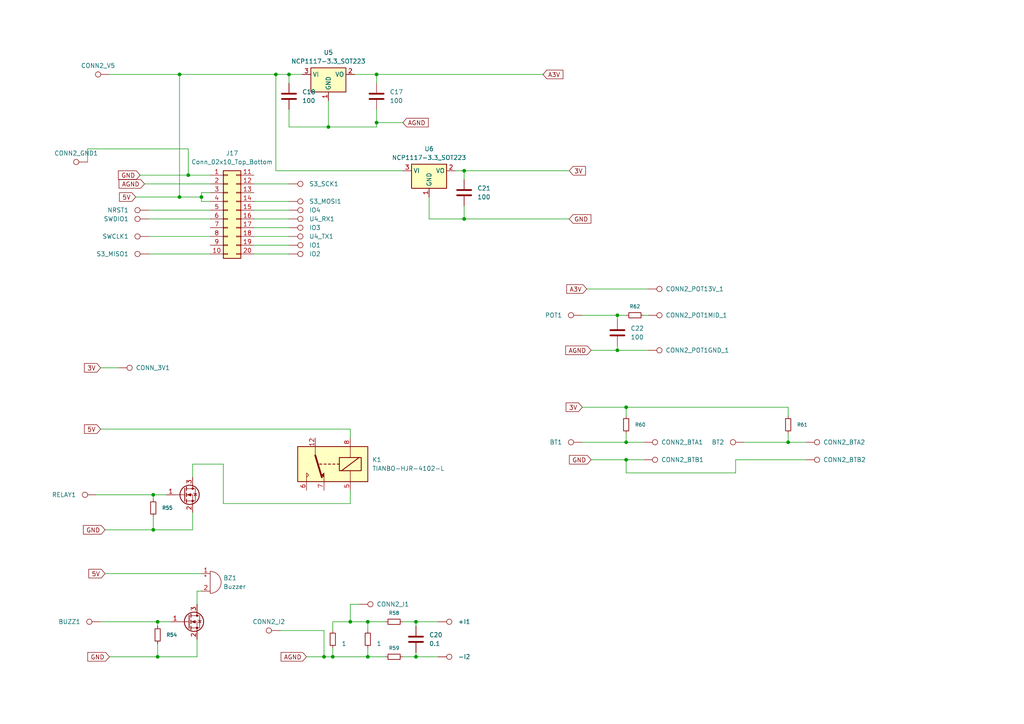
<source format=kicad_sch>
(kicad_sch (version 20250114) (generator "eeschema") (generator_version "9.0")
  (paper "A4")
  (lib_symbols
    (symbol "Connector:TestPoint" (pin_numbers (hide yes)) (pin_names (offset 0.762) (hide yes))
      (property "Reference" "TP" (at 0 6.858 0))
      (property "Value" "TestPoint" (at 0 5.08 0))
      (symbol "TestPoint_0_1"
        (circle (center 0 3.302) (radius 0.762))
      )
      (symbol "TestPoint_1_1"
        (pin passive line (at 0 0 90) (length 2.54) (name "1") (number "1"))
      )
    )
    (symbol "Connector_Generic:Conn_02x10_Top_Bottom" (pin_names (offset 1.016) (hide yes))
      (property "Reference" "J" (at 1.27 12.7 0))
      (property "Value" "Conn_02x10_Top_Bottom" (at 1.27 -15.24 0))
      (symbol "Conn_02x10_Top_Bottom_1_1"
        (rectangle (start -1.27 11.43) (end 3.81 -13.97) (stroke (width 0.254)) (fill (type background)))
        (rectangle (start -1.27 10.287) (end 0 10.033) (stroke (width 0.1524)))
        (rectangle (start -1.27 7.747) (end 0 7.493) (stroke (width 0.1524)))
        (rectangle (start -1.27 5.207) (end 0 4.953) (stroke (width 0.1524)))
        (rectangle (start -1.27 2.667) (end 0 2.413) (stroke (width 0.1524)))
        (rectangle (start -1.27 0.127) (end 0 -0.127) (stroke (width 0.1524)))
        (rectangle (start -1.27 -2.413) (end 0 -2.667) (stroke (width 0.1524)))
        (rectangle (start -1.27 -4.953) (end 0 -5.207) (stroke (width 0.1524)))
        (rectangle (start -1.27 -7.493) (end 0 -7.747) (stroke (width 0.1524)))
        (rectangle (start -1.27 -10.033) (end 0 -10.287) (stroke (width 0.1524)))
        (rectangle (start -1.27 -12.573) (end 0 -12.827) (stroke (width 0.1524)))
        (rectangle (start 3.81 10.287) (end 2.54 10.033) (stroke (width 0.1524)))
        (rectangle (start 3.81 7.747) (end 2.54 7.493) (stroke (width 0.1524)))
        (rectangle (start 3.81 5.207) (end 2.54 4.953) (stroke (width 0.1524)))
        (rectangle (start 3.81 2.667) (end 2.54 2.413) (stroke (width 0.1524)))
        (rectangle (start 3.81 0.127) (end 2.54 -0.127) (stroke (width 0.1524)))
        (rectangle (start 3.81 -2.413) (end 2.54 -2.667) (stroke (width 0.1524)))
        (rectangle (start 3.81 -4.953) (end 2.54 -5.207) (stroke (width 0.1524)))
        (rectangle (start 3.81 -7.493) (end 2.54 -7.747) (stroke (width 0.1524)))
        (rectangle (start 3.81 -10.033) (end 2.54 -10.287) (stroke (width 0.1524)))
        (rectangle (start 3.81 -12.573) (end 2.54 -12.827) (stroke (width 0.1524)))
        (pin passive line (at -5.08 10.16 0) (length 3.81) (name "Pin_1") (number "1"))
        (pin passive line (at -5.08 7.62 0) (length 3.81) (name "Pin_2") (number "2"))
        (pin passive line (at -5.08 5.08 0) (length 3.81) (name "Pin_3") (number "3"))
        (pin passive line (at -5.08 2.54 0) (length 3.81) (name "Pin_4") (number "4"))
        (pin passive line (at -5.08 0 0) (length 3.81) (name "Pin_5") (number "5"))
        (pin passive line (at -5.08 -2.54 0) (length 3.81) (name "Pin_6") (number "6"))
        (pin passive line (at -5.08 -5.08 0) (length 3.81) (name "Pin_7") (number "7"))
        (pin passive line (at -5.08 -7.62 0) (length 3.81) (name "Pin_8") (number "8"))
        (pin passive line (at -5.08 -10.16 0) (length 3.81) (name "Pin_9") (number "9"))
        (pin passive line (at -5.08 -12.7 0) (length 3.81) (name "Pin_10") (number "10"))
        (pin passive line (at 7.62 10.16 180) (length 3.81) (name "Pin_11") (number "11"))
        (pin passive line (at 7.62 7.62 180) (length 3.81) (name "Pin_12") (number "12"))
        (pin passive line (at 7.62 5.08 180) (length 3.81) (name "Pin_13") (number "13"))
        (pin passive line (at 7.62 2.54 180) (length 3.81) (name "Pin_14") (number "14"))
        (pin passive line (at 7.62 0 180) (length 3.81) (name "Pin_15") (number "15"))
        (pin passive line (at 7.62 -2.54 180) (length 3.81) (name "Pin_16") (number "16"))
        (pin passive line (at 7.62 -5.08 180) (length 3.81) (name "Pin_17") (number "17"))
        (pin passive line (at 7.62 -7.62 180) (length 3.81) (name "Pin_18") (number "18"))
        (pin passive line (at 7.62 -10.16 180) (length 3.81) (name "Pin_19") (number "19"))
        (pin passive line (at 7.62 -12.7 180) (length 3.81) (name "Pin_20") (number "20"))
      )
    )
    (symbol "Device:Buzzer" (pin_names (offset 0.0254) (hide yes))
      (property "Reference" "BZ" (at 3.81 1.27 0))
      (property "Value" "Buzzer" (at 3.81 -1.27 0))
      (symbol "Buzzer_0_1"
        (polyline (pts (xy -1.651 1.905) (xy -1.143 1.905)))
        (polyline (pts (xy -1.397 2.159) (xy -1.397 1.651)))
        (arc (start 0 3.175) (mid 3.1612 0) (end 0 -3.175))
        (polyline (pts (xy 0 3.175) (xy 0 -3.175)))
      )
      (symbol "Buzzer_1_1"
        (pin passive line (at -2.54 2.54 0) (length 2.54) (name "+") (number "1"))
        (pin passive line (at -2.54 -2.54 0) (length 2.54) (name "-") (number "2"))
      )
    )
    (symbol "Device:C" (pin_numbers (hide yes)) (pin_names (offset 0.254))
      (property "Reference" "C" (at 0.635 2.54 0))
      (property "Value" "C" (at 0.635 -2.54 0))
      (symbol "C_0_1"
        (polyline (pts (xy -2.032 0.762) (xy 2.032 0.762)) (stroke (width 0.508)))
        (polyline (pts (xy -2.032 -0.762) (xy 2.032 -0.762)) (stroke (width 0.508)))
      )
      (symbol "C_1_1"
        (pin passive line (at 0 3.81 270) (length 2.794) (name "~") (number "1"))
        (pin passive line (at 0 -3.81 90) (length 2.794) (name "~") (number "2"))
      )
    )
    (symbol "Device:R_Small" (pin_numbers (hide yes)) (pin_names (offset 0.254) (hide yes))
      (property "Reference" "R" (at 0 0 90))
      (property "Value" "R_Small" (at 1.778 0 90))
      (symbol "R_Small_0_1"
        (rectangle (start -0.762 1.778) (end 0.762 -1.778) (stroke (width 0.2032)))
      )
      (symbol "R_Small_1_1"
        (pin passive line (at 0 2.54 270) (length 0.762) (name "~") (number "1"))
        (pin passive line (at 0 -2.54 90) (length 0.762) (name "~") (number "2"))
      )
    )
    (symbol "Regulator_Linear:NCP1117-3.3_SOT223"
      (property "Reference" "U" (at -3.81 3.175 0))
      (property "Value" "NCP1117-3.3_SOT223" (at 0 3.175 0))
      (symbol "NCP1117-3.3_SOT223_0_1"
        (rectangle (start -5.08 -5.08) (end 5.08 1.905) (stroke (width 0.254)) (fill (type background)))
      )
      (symbol "NCP1117-3.3_SOT223_1_1"
        (pin power_in line (at -7.62 0 0) (length 2.54) (name "VI") (number "3"))
        (pin power_in line (at 0 -7.62 90) (length 2.54) (name "GND") (number "1"))
        (pin power_out line (at 7.62 0 180) (length 2.54) (name "VO") (number "2"))
      )
    )
    (symbol "Relay:TIANBO-HJR-4102-L"
      (property "Reference" "K" (at 11.43 3.81 0))
      (property "Value" "TIANBO-HJR-4102-L" (at 11.43 1.27 0))
      (symbol "TIANBO-HJR-4102-L_0_0"
        (polyline (pts (xy 7.62 5.08) (xy 7.62 2.54) (xy 6.985 3.175) (xy 7.62 3.81)))
      )
      (symbol "TIANBO-HJR-4102-L_0_1"
        (rectangle (start -10.16 5.08) (end 10.16 -5.08) (stroke (width 0.254)) (fill (type background)))
        (rectangle (start -8.255 1.905) (end -1.905 -1.905) (stroke (width 0.254)))
        (polyline (pts (xy -7.62 -1.905) (xy -2.54 1.905)) (stroke (width 0.254)))
        (polyline (pts (xy -5.08 5.08) (xy -5.08 1.905)))
        (polyline (pts (xy -5.08 -5.08) (xy -5.08 -1.905)))
        (polyline (pts (xy -1.905 0) (xy -1.27 0)) (stroke (width 0.254)))
        (polyline (pts (xy -0.635 0) (xy 0 0)) (stroke (width 0.254)))
        (polyline (pts (xy 0.635 0) (xy 1.27 0)) (stroke (width 0.254)))
        (polyline (pts (xy 1.905 0) (xy 2.54 0)) (stroke (width 0.254)))
        (polyline (pts (xy 2.54 5.08) (xy 2.54 2.54) (xy 3.175 3.175) (xy 2.54 3.81)) (fill (type outline)))
        (polyline (pts (xy 3.175 0) (xy 3.81 0)) (stroke (width 0.254)))
        (polyline (pts (xy 5.08 -2.54) (xy 3.175 3.81)) (stroke (width 0.508)))
        (polyline (pts (xy 5.08 -2.54) (xy 5.08 -5.08)))
      )
      (symbol "TIANBO-HJR-4102-L_1_1"
        (pin passive line (at -5.08 7.62 270) (length 2.54) (name "~") (number "5"))
        (pin passive line (at -5.08 -7.62 90) (length 2.54) (name "~") (number "8"))
        (pin passive line (at 2.54 7.62 270) (length 2.54) (name "~") (number "7"))
        (pin passive line (at 5.08 -7.62 90) (length 2.54) (name "~") (number "12"))
        (pin passive line (at 7.62 7.62 270) (length 2.54) (name "~") (number "6"))
      )
    )
    (symbol "Transistor_FET:2N7002K" (pin_names (hide yes))
      (property "Reference" "Q" (at 5.08 1.905 0))
      (property "Value" "2N7002K" (at 5.08 0 0))
      (symbol "2N7002K_0_1"
        (polyline (pts (xy 0.254 1.905) (xy 0.254 -1.905)) (stroke (width 0.254)))
        (polyline (pts (xy 0.254 0) (xy -2.54 0)))
        (polyline (pts (xy 0.762 2.286) (xy 0.762 1.27)) (stroke (width 0.254)))
        (polyline (pts (xy 0.762 0.508) (xy 0.762 -0.508)) (stroke (width 0.254)))
        (polyline (pts (xy 0.762 -1.27) (xy 0.762 -2.286)) (stroke (width 0.254)))
        (polyline (pts (xy 0.762 -1.778) (xy 3.302 -1.778) (xy 3.302 1.778) (xy 0.762 1.778)))
        (polyline (pts (xy 1.016 0) (xy 2.032 0.381) (xy 2.032 -0.381) (xy 1.016 0)) (fill (type outline)))
        (circle (center 1.651 0) (radius 2.794) (stroke (width 0.254)))
        (polyline (pts (xy 2.54 2.54) (xy 2.54 1.778)))
        (circle (center 2.54 1.778) (radius 0.254) (fill (type outline)))
        (circle (center 2.54 -1.778) (radius 0.254) (fill (type outline)))
        (polyline (pts (xy 2.54 -2.54) (xy 2.54 0) (xy 0.762 0)))
        (polyline (pts (xy 2.794 0.508) (xy 2.921 0.381) (xy 3.683 0.381) (xy 3.81 0.254)))
        (polyline (pts (xy 3.302 0.381) (xy 2.921 -0.254) (xy 3.683 -0.254) (xy 3.302 0.381)))
      )
      (symbol "2N7002K_1_1"
        (pin input line (at -5.08 0 0) (length 2.54) (name "G") (number "1"))
        (pin passive line (at 2.54 5.08 270) (length 2.54) (name "D") (number "3"))
        (pin passive line (at 2.54 -5.08 90) (length 2.54) (name "S") (number "2"))
      )
    )
  )
  (junction (at 179.07 101.6))
  (junction (at 106.68 180.34))
  (junction (at 181.61 118.11))
  (junction (at 109.22 21.59))
  (junction (at 120.65 190.5))
  (junction (at 83.82 21.59))
  (junction (at 80.01 21.59))
  (junction (at 120.65 180.34))
  (junction (at 52.07 57.15))
  (junction (at 181.61 133.35))
  (junction (at 93.98 190.5))
  (junction (at 101.6 180.34))
  (junction (at 181.61 128.27))
  (junction (at 44.45 143.51))
  (junction (at 106.68 190.5))
  (junction (at 52.07 21.59))
  (junction (at 134.62 49.53))
  (junction (at 134.62 63.5))
  (junction (at 179.07 91.44))
  (junction (at 44.45 153.67))
  (junction (at 45.72 190.5))
  (junction (at 96.52 190.5))
  (junction (at 54.61 50.8))
  (junction (at 95.25 36.83))
  (junction (at 228.6 128.27))
  (junction (at 45.72 180.34))
  (junction (at 109.22 35.56))
  (junction (at 58.42 57.15))
  (wire (pts (xy 134.62 59.69) (xy 134.62 63.5)))
  (wire (pts (xy 215.9 128.27) (xy 228.6 128.27)))
  (wire (pts (xy 134.62 49.53) (xy 134.62 52.07)))
  (wire (pts (xy 109.22 31.75) (xy 109.22 35.56)))
  (wire (pts (xy 31.75 190.5) (xy 45.72 190.5)))
  (wire (pts (xy 29.21 180.34) (xy 45.72 180.34)))
  (wire (pts (xy 101.6 124.46) (xy 101.6 127)))
  (wire (pts (xy 96.52 180.34) (xy 101.6 180.34)))
  (wire (pts (xy 179.07 91.44) (xy 181.61 91.44)))
  (wire (pts (xy 43.18 68.58) (xy 60.96 68.58)))
  (wire (pts (xy 102.87 21.59) (xy 109.22 21.59)))
  (wire (pts (xy 109.22 21.59) (xy 157.48 21.59)))
  (wire (pts (xy 228.6 125.73) (xy 228.6 128.27)))
  (wire (pts (xy 40.64 50.8) (xy 54.61 50.8)))
  (wire (pts (xy 95.25 29.21) (xy 95.25 36.83)))
  (wire (pts (xy 43.18 63.5) (xy 60.96 63.5)))
  (wire (pts (xy 57.15 171.45) (xy 58.42 171.45)))
  (wire (pts (xy 45.72 180.34) (xy 45.72 181.61)))
  (wire (pts (xy 181.61 118.11) (xy 228.6 118.11)))
  (wire (pts (xy 181.61 133.35) (xy 186.69 133.35)))
  (wire (pts (xy 179.07 101.6) (xy 187.96 101.6)))
  (wire (pts (xy 55.88 134.62) (xy 64.77 134.62)))
  (wire (pts (xy 73.66 73.66) (xy 83.82 73.66)))
  (wire (pts (xy 95.25 36.83) (xy 109.22 36.83)))
  (wire (pts (xy 104.14 175.26) (xy 101.6 175.26)))
  (wire (pts (xy 116.84 190.5) (xy 120.65 190.5)))
  (wire (pts (xy 106.68 190.5) (xy 111.76 190.5)))
  (wire (pts (xy 73.66 68.58) (xy 83.82 68.58)))
  (wire (pts (xy 101.6 142.24) (xy 101.6 146.05)))
  (wire (pts (xy 181.61 125.73) (xy 181.61 128.27)))
  (wire (pts (xy 44.45 153.67) (xy 55.88 153.67)))
  (wire (pts (xy 106.68 180.34) (xy 111.76 180.34)))
  (wire (pts (xy 54.61 43.18) (xy 54.61 50.8)))
  (wire (pts (xy 57.15 171.45) (xy 57.15 175.26)))
  (wire (pts (xy 106.68 180.34) (xy 106.68 182.88)))
  (wire (pts (xy 83.82 21.59) (xy 87.63 21.59)))
  (wire (pts (xy 29.21 106.68) (xy 34.29 106.68)))
  (wire (pts (xy 109.22 35.56) (xy 116.84 35.56)))
  (wire (pts (xy 25.4 43.18) (xy 25.4 46.99)))
  (wire (pts (xy 109.22 36.83) (xy 109.22 35.56)))
  (wire (pts (xy 52.07 57.15) (xy 58.42 57.15)))
  (wire (pts (xy 44.45 143.51) (xy 44.45 144.78)))
  (wire (pts (xy 95.25 36.83) (xy 83.82 36.83)))
  (wire (pts (xy 96.52 182.88) (xy 96.52 180.34)))
  (wire (pts (xy 25.4 43.18) (xy 54.61 43.18)))
  (wire (pts (xy 52.07 21.59) (xy 80.01 21.59)))
  (wire (pts (xy 81.28 182.88) (xy 93.98 182.88)))
  (wire (pts (xy 80.01 49.53) (xy 116.84 49.53)))
  (wire (pts (xy 165.1 63.5) (xy 134.62 63.5)))
  (wire (pts (xy 45.72 186.69) (xy 45.72 190.5)))
  (wire (pts (xy 73.66 66.04) (xy 83.82 66.04)))
  (wire (pts (xy 30.48 166.37) (xy 58.42 166.37)))
  (wire (pts (xy 96.52 190.5) (xy 93.98 190.5)))
  (wire (pts (xy 45.72 190.5) (xy 57.15 190.5)))
  (wire (pts (xy 43.18 73.66) (xy 60.96 73.66)))
  (wire (pts (xy 73.66 71.12) (xy 83.82 71.12)))
  (wire (pts (xy 120.65 181.61) (xy 120.65 180.34)))
  (wire (pts (xy 101.6 180.34) (xy 106.68 180.34)))
  (wire (pts (xy 57.15 190.5) (xy 57.15 185.42)))
  (wire (pts (xy 55.88 153.67) (xy 55.88 148.59)))
  (wire (pts (xy 73.66 58.42) (xy 83.82 58.42)))
  (wire (pts (xy 31.75 21.59) (xy 52.07 21.59)))
  (wire (pts (xy 73.66 63.5) (xy 83.82 63.5)))
  (wire (pts (xy 60.96 55.88) (xy 58.42 55.88)))
  (wire (pts (xy 44.45 149.86) (xy 44.45 153.67)))
  (wire (pts (xy 43.18 60.96) (xy 60.96 60.96)))
  (wire (pts (xy 93.98 182.88) (xy 93.98 190.5)))
  (wire (pts (xy 96.52 187.96) (xy 96.52 190.5)))
  (wire (pts (xy 83.82 53.34) (xy 73.66 53.34)))
  (wire (pts (xy 55.88 134.62) (xy 55.88 138.43)))
  (wire (pts (xy 58.42 57.15) (xy 58.42 58.42)))
  (wire (pts (xy 41.91 53.34) (xy 60.96 53.34)))
  (wire (pts (xy 101.6 175.26) (xy 101.6 180.34)))
  (wire (pts (xy 80.01 21.59) (xy 83.82 21.59)))
  (wire (pts (xy 39.37 57.15) (xy 52.07 57.15)))
  (wire (pts (xy 120.65 189.23) (xy 120.65 190.5)))
  (wire (pts (xy 64.77 134.62) (xy 64.77 146.05)))
  (wire (pts (xy 64.77 146.05) (xy 101.6 146.05)))
  (wire (pts (xy 171.45 133.35) (xy 181.61 133.35)))
  (wire (pts (xy 181.61 118.11) (xy 181.61 120.65)))
  (wire (pts (xy 228.6 128.27) (xy 233.68 128.27)))
  (wire (pts (xy 83.82 31.75) (xy 83.82 36.83)))
  (wire (pts (xy 83.82 21.59) (xy 83.82 24.13)))
  (wire (pts (xy 27.94 143.51) (xy 44.45 143.51)))
  (wire (pts (xy 179.07 91.44) (xy 179.07 92.71)))
  (wire (pts (xy 54.61 50.8) (xy 60.96 50.8)))
  (wire (pts (xy 186.69 91.44) (xy 187.96 91.44)))
  (wire (pts (xy 58.42 58.42) (xy 60.96 58.42)))
  (wire (pts (xy 116.84 180.34) (xy 120.65 180.34)))
  (wire (pts (xy 120.65 180.34) (xy 127 180.34)))
  (wire (pts (xy 48.26 143.51) (xy 44.45 143.51)))
  (wire (pts (xy 181.61 137.16) (xy 181.61 133.35)))
  (wire (pts (xy 170.18 83.82) (xy 187.96 83.82)))
  (wire (pts (xy 124.46 57.15) (xy 124.46 63.5)))
  (wire (pts (xy 106.68 187.96) (xy 106.68 190.5)))
  (wire (pts (xy 213.36 133.35) (xy 213.36 137.16)))
  (wire (pts (xy 29.21 124.46) (xy 101.6 124.46)))
  (wire (pts (xy 132.08 49.53) (xy 134.62 49.53)))
  (wire (pts (xy 171.45 101.6) (xy 179.07 101.6)))
  (wire (pts (xy 168.91 91.44) (xy 179.07 91.44)))
  (wire (pts (xy 213.36 133.35) (xy 233.68 133.35)))
  (wire (pts (xy 30.48 153.67) (xy 44.45 153.67)))
  (wire (pts (xy 134.62 49.53) (xy 165.1 49.53)))
  (wire (pts (xy 120.65 190.5) (xy 127 190.5)))
  (wire (pts (xy 49.53 180.34) (xy 45.72 180.34)))
  (wire (pts (xy 109.22 21.59) (xy 109.22 24.13)))
  (wire (pts (xy 80.01 49.53) (xy 80.01 21.59)))
  (wire (pts (xy 228.6 118.11) (xy 228.6 120.65)))
  (wire (pts (xy 168.91 128.27) (xy 181.61 128.27)))
  (wire (pts (xy 52.07 21.59) (xy 52.07 57.15)))
  (wire (pts (xy 124.46 63.5) (xy 134.62 63.5)))
  (wire (pts (xy 213.36 137.16) (xy 181.61 137.16)))
  (wire (pts (xy 73.66 60.96) (xy 83.82 60.96)))
  (wire (pts (xy 181.61 128.27) (xy 186.69 128.27)))
  (wire (pts (xy 106.68 190.5) (xy 96.52 190.5)))
  (wire (pts (xy 179.07 100.33) (xy 179.07 101.6)))
  (wire (pts (xy 58.42 55.88) (xy 58.42 57.15)))
  (wire (pts (xy 168.91 118.11) (xy 181.61 118.11)))
  (wire (pts (xy 93.98 190.5) (xy 88.9 190.5)))
  (global_label "GND" (shape input) (at 30.48 153.67 180) (property "Intersheetrefs" "${INTERSHEET_REFS}" (effects (hide yes))))
  (global_label "3V" (shape input) (at 29.21 106.68 180) (property "Intersheetrefs" "${INTERSHEET_REFS}" (effects (hide yes))))
  (global_label "3V" (shape input) (at 168.91 118.11 180) (property "Intersheetrefs" "${INTERSHEET_REFS}" (effects (hide yes))))
  (global_label "GND" (shape input) (at 171.45 133.35 180) (property "Intersheetrefs" "${INTERSHEET_REFS}" (effects (hide yes))))
  (global_label "3V" (shape input) (at 165.1 49.53 0) (property "Intersheetrefs" "${INTERSHEET_REFS}" (effects (hide yes))))
  (global_label "5V" (shape input) (at 30.48 166.37 180) (property "Intersheetrefs" "${INTERSHEET_REFS}" (effects (hide yes))))
  (global_label "A3V" (shape input) (at 170.18 83.82 180) (property "Intersheetrefs" "${INTERSHEET_REFS}" (effects (hide yes))))
  (global_label "AGND" (shape input) (at 41.91 53.34 180) (property "Intersheetrefs" "${INTERSHEET_REFS}" (effects (hide yes))))
  (global_label "GND" (shape input) (at 40.64 50.8 180) (property "Intersheetrefs" "${INTERSHEET_REFS}" (effects (hide yes))))
  (global_label "AGND" (shape input) (at 171.45 101.6 180) (property "Intersheetrefs" "${INTERSHEET_REFS}" (effects (hide yes))))
  (global_label "GND" (shape input) (at 31.75 190.5 180) (property "Intersheetrefs" "${INTERSHEET_REFS}" (effects (hide yes))))
  (global_label "5V" (shape input) (at 29.21 124.46 180) (property "Intersheetrefs" "${INTERSHEET_REFS}" (effects (hide yes))))
  (global_label "5V" (shape input) (at 39.37 57.15 180) (property "Intersheetrefs" "${INTERSHEET_REFS}" (effects (hide yes))))
  (global_label "A3V" (shape input) (at 157.48 21.59 0) (property "Intersheetrefs" "${INTERSHEET_REFS}" (effects (hide yes))))
  (global_label "AGND" (shape input) (at 88.9 190.5 180) (property "Intersheetrefs" "${INTERSHEET_REFS}" (effects (hide yes))))
  (global_label "GND" (shape input) (at 165.1 63.5 0) (property "Intersheetrefs" "${INTERSHEET_REFS}" (effects (hide yes))))
  (global_label "AGND" (shape input) (at 116.84 35.56 0) (property "Intersheetrefs" "${INTERSHEET_REFS}" (effects (hide yes))))
  (symbol (lib_id "Connector:TestPoint") (at 83.82 53.34 270) (unit 1)
    (property "Reference" "S3_SCK1" (at 89.662 53.34 90) (effects (justify left)))
    (property "Value" "TestPoint" (effects (hide yes)))
    (property "Footprint" "TestPoint:TestPoint_Pad_2.0x2.0mm" (effects (hide yes)))
    (property "Description" "test point" (effects (hide yes)))
  )
  (symbol (lib_id "Connector:TestPoint") (at 29.21 180.34 90) (unit 1)
    (property "Reference" "BUZZ1" (at 23.368 180.34 90) (effects (justify left)))
    (property "Value" "TestPoint" (effects (hide yes)))
    (property "Footprint" "TestPoint:TestPoint_Pad_2.0x2.0mm" (effects (hide yes)))
    (property "Description" "test point" (effects (hide yes)))
  )
  (symbol (lib_id "Connector:TestPoint") (at 43.18 63.5 90) (unit 1)
    (property "Reference" "SWDIO1" (at 37.338 63.5 90) (effects (justify left)))
    (property "Value" "TestPoint" (effects (hide yes)))
    (property "Footprint" "TestPoint:TestPoint_Pad_2.0x2.0mm" (effects (hide yes)))
    (property "Description" "test point" (effects (hide yes)))
  )
  (symbol (lib_id "Device:R_Small") (at 96.52 185.42 0) (unit 1)
    (property "Reference" "R56" (effects (hide yes)))
    (property "Value" "1" (at 99.06 186.6899 0) (effects (justify left)))
    (property "Footprint" "Resistor_SMD:R_2512_6332Metric_Pad1.40x3.35mm_HandSolder" (effects (hide yes)))
    (property "Description" "Resistor, small symbol" (effects (hide yes)))
  )
  (symbol (lib_id "Connector:TestPoint") (at 34.29 106.68 270) (unit 1)
    (property "Reference" "CONN_3V1" (at 39.37 106.6799 90) (effects (justify left)))
    (property "Value" "TestPoint" (effects (hide yes)))
    (property "Footprint" "TestPoint:TestPoint_Pad_D2.0mm" (effects (hide yes)))
    (property "Description" "test point" (effects (hide yes)))
  )
  (symbol (lib_id "Device:C") (at 134.62 55.88 0) (unit 1)
    (property "Reference" "C21" (at 138.43 54.6099 0) (effects (justify left)))
    (property "Value" "100" (at 138.43 57.1499 0) (effects (justify left)))
    (property "Footprint" "Capacitor_SMD:C_1206_3216Metric" (effects (hide yes)))
    (property "Description" "Unpolarized capacitor" (effects (hide yes)))
  )
  (symbol (lib_id "Device:R_Small") (at 228.6 123.19 0) (unit 1)
    (property "Reference" "R61" (at 231.14 123.1899 0) (effects (font (size 1.016 1.016)) (justify left)))
    (property "Value" "R_Small" (effects (hide yes)))
    (property "Footprint" "Resistor_SMD:R_1206_3216Metric_Pad1.30x1.75mm_HandSolder" (effects (hide yes)))
    (property "Description" "Resistor, small symbol" (effects (hide yes)))
  )
  (symbol (lib_id "Device:C") (at 83.82 27.94 0) (unit 1)
    (property "Reference" "C18" (at 87.63 26.6699 0) (effects (justify left)))
    (property "Value" "100" (at 87.63 29.2099 0) (effects (justify left)))
    (property "Footprint" "Capacitor_SMD:C_1206_3216Metric" (effects (hide yes)))
    (property "Description" "Unpolarized capacitor" (effects (hide yes)))
  )
  (symbol (lib_id "Connector:TestPoint") (at 127 190.5 270) (unit 1)
    (property "Reference" "-I2" (at 132.842 190.5 90) (effects (justify left)))
    (property "Value" "TestPoint" (effects (hide yes)))
    (property "Footprint" "TestPoint:TestPoint_Pad_2.0x2.0mm" (effects (hide yes)))
    (property "Description" "test point" (effects (hide yes)))
  )
  (symbol (lib_id "Connector:TestPoint") (at 81.28 182.88 90) (unit 1)
    (property "Reference" "CONN2_I2" (at 77.978 180.34 90))
    (property "Value" "TestPoint" (effects (hide yes)))
    (property "Footprint" "TestPoint:TestPoint_Pad_D2.0mm" (effects (hide yes)))
    (property "Description" "test point" (effects (hide yes)))
  )
  (symbol (lib_id "Connector:TestPoint") (at 187.96 101.6 270) (unit 1)
    (property "Reference" "CONN2_POT1GND_1" (at 193.04 101.5999 90) (effects (justify left)))
    (property "Value" "TestPoint" (effects (hide yes)))
    (property "Footprint" "TestPoint:TestPoint_Pad_D2.0mm" (effects (hide yes)))
    (property "Description" "test point" (effects (hide yes)))
  )
  (symbol (lib_id "Relay:TIANBO-HJR-4102-L") (at 96.52 134.62 180) (unit 1)
    (property "Reference" "K1" (at 107.95 133.3499 0) (effects (justify right)))
    (property "Value" "TIANBO-HJR-4102-L" (at 107.95 135.8899 0) (effects (justify right)))
    (property "Footprint" "Relay_THT:Relay_SPDT_HJR-4102" (effects (hide yes)))
    (property "Datasheet" "https://cdn-reichelt.de/documents/datenblatt/C300/DS_HJR4102E.pdf" (effects (hide yes)))
    (property "Description" "TIANBO HJR-4102-L, Single Pole Relay, 5mm Pitch, 3A" (effects (hide yes)))
  )
  (symbol (lib_id "Connector:TestPoint") (at 83.82 60.96 270) (unit 1)
    (property "Reference" "IO4" (at 89.662 60.96 90) (effects (justify left)))
    (property "Value" "TestPoint" (effects (hide yes)))
    (property "Footprint" "TestPoint:TestPoint_Pad_2.0x2.0mm" (effects (hide yes)))
    (property "Description" "test point" (effects (hide yes)))
  )
  (symbol (lib_id "Device:R_Small") (at 114.3 180.34 90) (unit 1)
    (property "Reference" "R58" (at 114.3 177.8 90) (effects (font (size 1.016 1.016))))
    (property "Value" "R_Small" (effects (hide yes)))
    (property "Footprint" "Resistor_SMD:R_1206_3216Metric_Pad1.30x1.75mm_HandSolder" (effects (hide yes)))
    (property "Description" "Resistor, small symbol" (effects (hide yes)))
  )
  (symbol (lib_id "Device:R_Small") (at 44.45 147.32 0) (unit 1)
    (property "Reference" "R55" (at 46.99 147.3199 0) (effects (font (size 1.016 1.016)) (justify left)))
    (property "Value" "R_Small" (effects (hide yes)))
    (property "Footprint" "Resistor_SMD:R_1206_3216Metric_Pad1.30x1.75mm_HandSolder" (effects (hide yes)))
    (property "Description" "Resistor, small symbol" (effects (hide yes)))
  )
  (symbol (lib_id "Connector:TestPoint") (at 27.94 143.51 90) (unit 1)
    (property "Reference" "RELAY1" (at 22.098 143.51 90) (effects (justify left)))
    (property "Value" "TestPoint" (effects (hide yes)))
    (property "Footprint" "TestPoint:TestPoint_Pad_2.0x2.0mm" (effects (hide yes)))
    (property "Description" "test point" (effects (hide yes)))
  )
  (symbol (lib_id "Device:R_Small") (at 181.61 123.19 0) (unit 1)
    (property "Reference" "R60" (at 184.15 123.1899 0) (effects (font (size 1.016 1.016)) (justify left)))
    (property "Value" "R_Small" (effects (hide yes)))
    (property "Footprint" "Resistor_SMD:R_1206_3216Metric_Pad1.30x1.75mm_HandSolder" (effects (hide yes)))
    (property "Description" "Resistor, small symbol" (effects (hide yes)))
  )
  (symbol (lib_id "Connector:TestPoint") (at 168.91 91.44 90) (unit 1)
    (property "Reference" "POT1" (at 163.068 91.44 90) (effects (justify left)))
    (property "Value" "TestPoint" (effects (hide yes)))
    (property "Footprint" "TestPoint:TestPoint_Pad_2.0x2.0mm" (effects (hide yes)))
    (property "Description" "test point" (effects (hide yes)))
  )
  (symbol (lib_id "Transistor_FET:2N7002K") (at 54.61 180.34 0) (unit 1)
    (property "Reference" "Q17" (effects (hide yes)))
    (property "Value" "2N7002K" (effects (hide yes)))
    (property "Footprint" "Package_TO_SOT_SMD:SOT-23-3" (effects (hide yes)))
    (property "Datasheet" "https://www.diodes.com/assets/Datasheets/ds30896.pdf" (effects (hide yes)))
    (property "Description" "0.38A Id, 60V Vds, N-Channel MOSFET, SOT-23" (effects (hide yes)))
  )
  (symbol (lib_id "Device:Buzzer") (at 60.96 168.91 0) (unit 1)
    (property "Reference" "BZ1" (at 64.77 167.6399 0) (effects (justify left)))
    (property "Value" "Buzzer" (at 64.77 170.1799 0) (effects (justify left)))
    (property "Footprint" "Buzzer_Beeper:Indicator_PUI_AI-1440-TWT-24V-2-R" (effects (hide yes)))
    (property "Description" "Buzzer, polarized" (effects (hide yes)))
  )
  (symbol (lib_id "Connector:TestPoint") (at 43.18 68.58 90) (unit 1)
    (property "Reference" "SWCLK1" (at 37.338 68.58 90) (effects (justify left)))
    (property "Value" "TestPoint" (effects (hide yes)))
    (property "Footprint" "TestPoint:TestPoint_Pad_2.0x2.0mm" (effects (hide yes)))
    (property "Description" "test point" (effects (hide yes)))
  )
  (symbol (lib_id "Connector:TestPoint") (at 43.18 73.66 90) (unit 1)
    (property "Reference" "S3_MISO1" (at 37.338 73.66 90) (effects (justify left)))
    (property "Value" "TestPoint" (effects (hide yes)))
    (property "Footprint" "TestPoint:TestPoint_Pad_2.0x2.0mm" (effects (hide yes)))
    (property "Description" "test point" (effects (hide yes)))
  )
  (symbol (lib_id "Connector:TestPoint") (at 233.68 133.35 270) (unit 1)
    (property "Reference" "CONN2_BTB2" (at 238.76 133.3499 90) (effects (justify left)))
    (property "Value" "TestPoint" (effects (hide yes)))
    (property "Footprint" "TestPoint:TestPoint_Pad_D2.0mm" (effects (hide yes)))
    (property "Description" "test point" (effects (hide yes)))
  )
  (symbol (lib_id "Connector:TestPoint") (at 186.69 128.27 270) (unit 1)
    (property "Reference" "CONN2_BTA1" (at 191.77 128.2699 90) (effects (justify left)))
    (property "Value" "TestPoint" (effects (hide yes)))
    (property "Footprint" "TestPoint:TestPoint_Pad_D2.0mm" (effects (hide yes)))
    (property "Description" "test point" (effects (hide yes)))
  )
  (symbol (lib_id "Device:C") (at 179.07 96.52 0) (unit 1)
    (property "Reference" "C22" (at 182.88 95.2499 0) (effects (justify left)))
    (property "Value" "100" (at 182.88 97.7899 0) (effects (justify left)))
    (property "Footprint" "Capacitor_SMD:C_1206_3216Metric" (effects (hide yes)))
    (property "Description" "Unpolarized capacitor" (effects (hide yes)))
  )
  (symbol (lib_id "Device:R_Small") (at 45.72 184.15 0) (unit 1)
    (property "Reference" "R54" (at 48.26 184.1499 0) (effects (font (size 1.016 1.016)) (justify left)))
    (property "Value" "R_Small" (effects (hide yes)))
    (property "Footprint" "Resistor_SMD:R_1206_3216Metric_Pad1.30x1.75mm_HandSolder" (effects (hide yes)))
    (property "Description" "Resistor, small symbol" (effects (hide yes)))
  )
  (symbol (lib_id "Connector_Generic:Conn_02x10_Top_Bottom") (at 66.04 60.96 0) (unit 1)
    (property "Reference" "J17" (at 67.31 44.45 0))
    (property "Value" "Conn_02x10_Top_Bottom" (at 67.31 46.99 0))
    (property "Footprint" "Connector_IDC:IDC-Header_2x10_P2.54mm_Vertical" (effects (hide yes)))
    (property "Description" "Generic connector, double row, 02x10, top/bottom pin numbering scheme (row 1: 1...pins_per_row, row2: pins_per_row+1 ... num_pins), script generated (kicad-library-utils/schlib/autogen/connector/)" (effects (hide yes)))
  )
  (symbol (lib_id "Regulator_Linear:NCP1117-3.3_SOT223") (at 95.25 21.59 0) (unit 1)
    (property "Reference" "U5" (at 95.25 15.24 0))
    (property "Value" "NCP1117-3.3_SOT223" (at 95.25 17.78 0))
    (property "Footprint" "Package_TO_SOT_SMD:SOT-223-3_TabPin2" (effects (hide yes)))
    (property "Datasheet" "http://www.onsemi.com/pub_link/Collateral/NCP1117-D.PDF" (effects (hide yes)))
    (property "Description" "1A Low drop-out regulator, Fixed Output 3.3V, SOT-223" (effects (hide yes)))
  )
  (symbol (lib_id "Device:R_Small") (at 114.3 190.5 90) (unit 1)
    (property "Reference" "R59" (at 114.3 187.96 90) (effects (font (size 1.016 1.016))))
    (property "Value" "R_Small" (effects (hide yes)))
    (property "Footprint" "Resistor_SMD:R_1206_3216Metric_Pad1.30x1.75mm_HandSolder" (effects (hide yes)))
    (property "Description" "Resistor, small symbol" (effects (hide yes)))
  )
  (symbol (lib_id "Connector:TestPoint") (at 83.82 68.58 270) (unit 1)
    (property "Reference" "U4_TX1" (at 89.662 68.58 90) (effects (justify left)))
    (property "Value" "TestPoint" (effects (hide yes)))
    (property "Footprint" "TestPoint:TestPoint_Pad_2.0x2.0mm" (effects (hide yes)))
    (property "Description" "test point" (effects (hide yes)))
  )
  (symbol (lib_id "Device:R_Small") (at 106.68 185.42 0) (unit 1)
    (property "Reference" "R57" (effects (hide yes)))
    (property "Value" "1" (at 109.22 186.6899 0) (effects (justify left)))
    (property "Footprint" "Resistor_SMD:R_2512_6332Metric_Pad1.40x3.35mm_HandSolder" (effects (hide yes)))
    (property "Description" "Resistor, small symbol" (effects (hide yes)))
  )
  (symbol (lib_id "Connector:TestPoint") (at 83.82 71.12 270) (unit 1)
    (property "Reference" "IO1" (at 89.662 71.12 90) (effects (justify left)))
    (property "Value" "TestPoint" (effects (hide yes)))
    (property "Footprint" "TestPoint:TestPoint_Pad_2.0x2.0mm" (effects (hide yes)))
    (property "Description" "test point" (effects (hide yes)))
  )
  (symbol (lib_id "Connector:TestPoint") (at 168.91 128.27 90) (unit 1)
    (property "Reference" "BT1" (at 163.068 128.27 90) (effects (justify left)))
    (property "Value" "TestPoint" (effects (hide yes)))
    (property "Footprint" "TestPoint:TestPoint_Pad_2.0x2.0mm" (effects (hide yes)))
    (property "Description" "test point" (effects (hide yes)))
  )
  (symbol (lib_id "Device:C") (at 109.22 27.94 0) (unit 1)
    (property "Reference" "C17" (at 113.03 26.6699 0) (effects (justify left)))
    (property "Value" "100" (at 113.03 29.2099 0) (effects (justify left)))
    (property "Footprint" "Capacitor_SMD:C_1206_3216Metric" (effects (hide yes)))
    (property "Description" "Unpolarized capacitor" (effects (hide yes)))
  )
  (symbol (lib_id "Connector:TestPoint") (at 83.82 73.66 270) (unit 1)
    (property "Reference" "IO2" (at 89.662 73.66 90) (effects (justify left)))
    (property "Value" "TestPoint" (effects (hide yes)))
    (property "Footprint" "TestPoint:TestPoint_Pad_2.0x2.0mm" (effects (hide yes)))
    (property "Description" "test point" (effects (hide yes)))
  )
  (symbol (lib_id "Connector:TestPoint") (at 31.75 21.59 90) (unit 1)
    (property "Reference" "CONN2_V5" (at 28.448 19.05 90))
    (property "Value" "TestPoint" (effects (hide yes)))
    (property "Footprint" "TestPoint:TestPoint_Pad_D2.0mm" (effects (hide yes)))
    (property "Description" "test point" (effects (hide yes)))
  )
  (symbol (lib_id "Connector:TestPoint") (at 104.14 175.26 270) (unit 1)
    (property "Reference" "CONN2_I1" (at 109.22 175.2599 90) (effects (justify left)))
    (property "Value" "TestPoint" (effects (hide yes)))
    (property "Footprint" "TestPoint:TestPoint_Pad_D2.0mm" (effects (hide yes)))
    (property "Description" "test point" (effects (hide yes)))
  )
  (symbol (lib_id "Connector:TestPoint") (at 186.69 133.35 270) (unit 1)
    (property "Reference" "CONN2_BTB1" (at 191.77 133.3499 90) (effects (justify left)))
    (property "Value" "TestPoint" (effects (hide yes)))
    (property "Footprint" "TestPoint:TestPoint_Pad_D2.0mm" (effects (hide yes)))
    (property "Description" "test point" (effects (hide yes)))
  )
  (symbol (lib_id "Transistor_FET:2N7002K") (at 53.34 143.51 0) (unit 1)
    (property "Reference" "Q18" (effects (hide yes)))
    (property "Value" "2N7002K" (effects (hide yes)))
    (property "Footprint" "Package_TO_SOT_SMD:SOT-23-3" (effects (hide yes)))
    (property "Datasheet" "https://www.diodes.com/assets/Datasheets/ds30896.pdf" (effects (hide yes)))
    (property "Description" "0.38A Id, 60V Vds, N-Channel MOSFET, SOT-23" (effects (hide yes)))
  )
  (symbol (lib_id "Regulator_Linear:NCP1117-3.3_SOT223") (at 124.46 49.53 0) (unit 1)
    (property "Reference" "U6" (at 124.46 43.18 0))
    (property "Value" "NCP1117-3.3_SOT223" (at 124.46 45.72 0))
    (property "Footprint" "Package_TO_SOT_SMD:SOT-223-3_TabPin2" (effects (hide yes)))
    (property "Datasheet" "http://www.onsemi.com/pub_link/Collateral/NCP1117-D.PDF" (effects (hide yes)))
    (property "Description" "1A Low drop-out regulator, Fixed Output 3.3V, SOT-223" (effects (hide yes)))
  )
  (symbol (lib_id "Device:R_Small") (at 184.15 91.44 90) (unit 1)
    (property "Reference" "R62" (at 184.15 88.9 90) (effects (font (size 1.016 1.016))))
    (property "Value" "R_Small" (effects (hide yes)))
    (property "Footprint" "Resistor_SMD:R_1206_3216Metric_Pad1.30x1.75mm_HandSolder" (effects (hide yes)))
    (property "Description" "Resistor, small symbol" (effects (hide yes)))
  )
  (symbol (lib_id "Device:C") (at 120.65 185.42 0) (unit 1)
    (property "Reference" "C20" (at 124.46 184.1499 0) (effects (justify left)))
    (property "Value" "0.1" (at 124.46 186.6899 0) (effects (justify left)))
    (property "Footprint" "Capacitor_SMD:C_1206_3216Metric" (effects (hide yes)))
    (property "Description" "Unpolarized capacitor" (effects (hide yes)))
  )
  (symbol (lib_id "Connector:TestPoint") (at 127 180.34 270) (unit 1)
    (property "Reference" "+I1" (at 132.842 180.34 90) (effects (justify left)))
    (property "Value" "TestPoint" (effects (hide yes)))
    (property "Footprint" "TestPoint:TestPoint_Pad_2.0x2.0mm" (effects (hide yes)))
    (property "Description" "test point" (effects (hide yes)))
  )
  (symbol (lib_id "Connector:TestPoint") (at 187.96 83.82 270) (unit 1)
    (property "Reference" "CONN2_POT13V_1" (at 193.04 83.8199 90) (effects (justify left)))
    (property "Value" "TestPoint" (effects (hide yes)))
    (property "Footprint" "TestPoint:TestPoint_Pad_D2.0mm" (effects (hide yes)))
    (property "Description" "test point" (effects (hide yes)))
  )
  (symbol (lib_id "Connector:TestPoint") (at 83.82 58.42 270) (unit 1)
    (property "Reference" "S3_MOSI1" (at 89.662 58.42 90) (effects (justify left)))
    (property "Value" "TestPoint" (effects (hide yes)))
    (property "Footprint" "TestPoint:TestPoint_Pad_2.0x2.0mm" (effects (hide yes)))
    (property "Description" "test point" (effects (hide yes)))
  )
  (symbol (lib_id "Connector:TestPoint") (at 83.82 66.04 270) (unit 1)
    (property "Reference" "IO3" (at 89.662 66.04 90) (effects (justify left)))
    (property "Value" "TestPoint" (effects (hide yes)))
    (property "Footprint" "TestPoint:TestPoint_Pad_2.0x2.0mm" (effects (hide yes)))
    (property "Description" "test point" (effects (hide yes)))
  )
  (symbol (lib_id "Connector:TestPoint") (at 187.96 91.44 270) (unit 1)
    (property "Reference" "CONN2_POT1MID_1" (at 193.04 91.4399 90) (effects (justify left)))
    (property "Value" "TestPoint" (effects (hide yes)))
    (property "Footprint" "TestPoint:TestPoint_Pad_D2.0mm" (effects (hide yes)))
    (property "Description" "test point" (effects (hide yes)))
  )
  (symbol (lib_id "Connector:TestPoint") (at 43.18 60.96 90) (unit 1)
    (property "Reference" "NRST1" (at 37.338 60.96 90) (effects (justify left)))
    (property "Value" "TestPoint" (effects (hide yes)))
    (property "Footprint" "TestPoint:TestPoint_Pad_2.0x2.0mm" (effects (hide yes)))
    (property "Description" "test point" (effects (hide yes)))
  )
  (symbol (lib_id "Connector:TestPoint") (at 83.82 63.5 270) (unit 1)
    (property "Reference" "U4_RX1" (at 89.662 63.5 90) (effects (justify left)))
    (property "Value" "TestPoint" (effects (hide yes)))
    (property "Footprint" "TestPoint:TestPoint_Pad_2.0x2.0mm" (effects (hide yes)))
    (property "Description" "test point" (effects (hide yes)))
  )
  (symbol (lib_id "Connector:TestPoint") (at 25.4 46.99 90) (unit 1)
    (property "Reference" "CONN2_GND1" (at 22.098 44.45 90))
    (property "Value" "TestPoint" (effects (hide yes)))
    (property "Footprint" "TestPoint:TestPoint_Pad_D2.0mm" (effects (hide yes)))
    (property "Description" "test point" (effects (hide yes)))
  )
  (symbol (lib_id "Connector:TestPoint") (at 215.9 128.27 90) (unit 1)
    (property "Reference" "BT2" (at 210.058 128.27 90) (effects (justify left)))
    (property "Value" "TestPoint" (effects (hide yes)))
    (property "Footprint" "TestPoint:TestPoint_Pad_2.0x2.0mm" (effects (hide yes)))
    (property "Description" "test point" (effects (hide yes)))
  )
  (symbol (lib_id "Connector:TestPoint") (at 233.68 128.27 270) (unit 1)
    (property "Reference" "CONN2_BTA2" (at 238.76 128.2699 90) (effects (justify left)))
    (property "Value" "TestPoint" (effects (hide yes)))
    (property "Footprint" "TestPoint:TestPoint_Pad_D2.0mm" (effects (hide yes)))
    (property "Description" "test point" (effects (hide yes)))
  )
)
</source>
